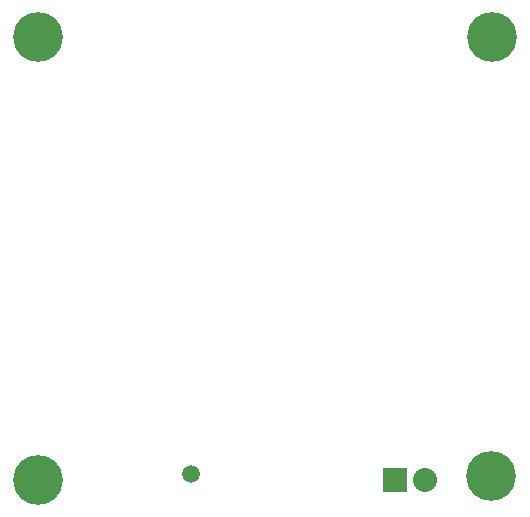
<source format=gbs>
G04 (created by PCBNEW-RS274X (2011-05-25)-stable) date Tue 17 Jan 2012 05:00:04 AM EST*
G01*
G70*
G90*
%MOIN*%
G04 Gerber Fmt 3.4, Leading zero omitted, Abs format*
%FSLAX34Y34*%
G04 APERTURE LIST*
%ADD10C,0.006000*%
%ADD11C,0.166000*%
%ADD12C,0.059400*%
%ADD13R,0.080000X0.080000*%
%ADD14C,0.080000*%
G04 APERTURE END LIST*
G54D10*
G54D11*
X33465Y-32480D03*
X48622Y-32480D03*
X48583Y-47126D03*
X33465Y-47244D03*
G54D12*
X38583Y-47047D03*
G54D13*
X45366Y-47244D03*
G54D14*
X46366Y-47244D03*
M02*

</source>
